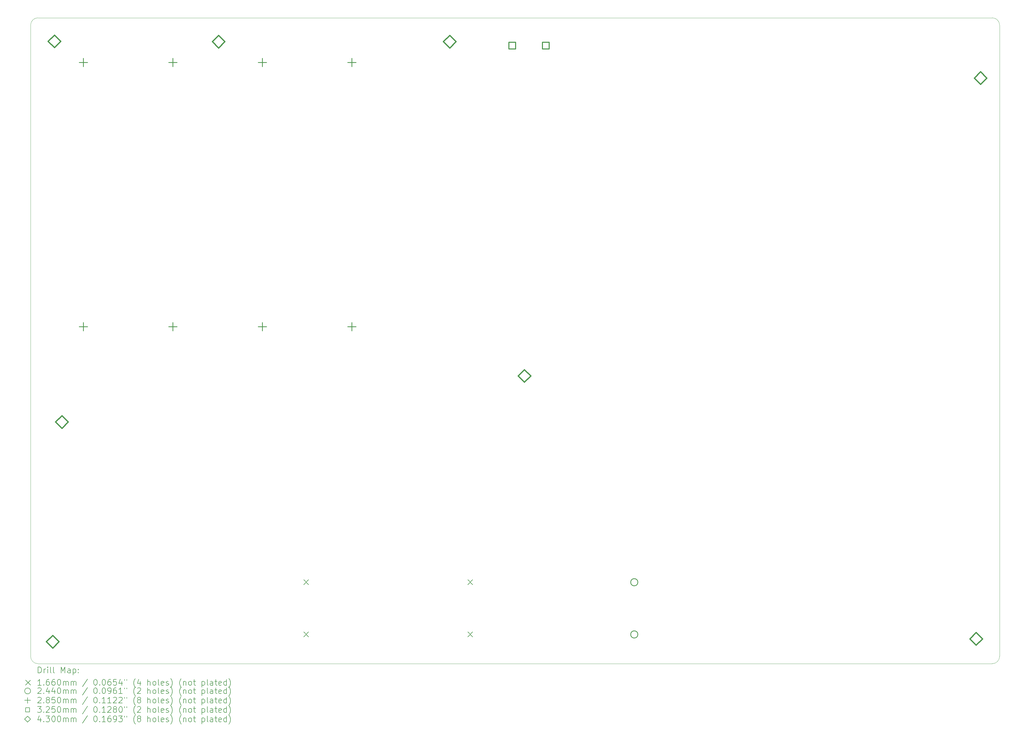
<source format=gbr>
%TF.GenerationSoftware,KiCad,Pcbnew,(6.0.8)*%
%TF.CreationDate,2022-10-29T13:34:58+01:00*%
%TF.ProjectId,yddraig030,79646472-6169-4673-9033-302e6b696361,rev?*%
%TF.SameCoordinates,Original*%
%TF.FileFunction,Drillmap*%
%TF.FilePolarity,Positive*%
%FSLAX45Y45*%
G04 Gerber Fmt 4.5, Leading zero omitted, Abs format (unit mm)*
G04 Created by KiCad (PCBNEW (6.0.8)) date 2022-10-29 13:34:58*
%MOMM*%
%LPD*%
G01*
G04 APERTURE LIST*
%ADD10C,0.050000*%
%ADD11C,0.200000*%
%ADD12C,0.166000*%
%ADD13C,0.244000*%
%ADD14C,0.285000*%
%ADD15C,0.325000*%
%ADD16C,0.430000*%
G04 APERTURE END LIST*
D10*
X3250000Y-3000000D02*
G75*
G03*
X3000000Y-3250000I0J-250000D01*
G01*
X35750000Y-25000000D02*
G75*
G03*
X36000000Y-24750000I0J250000D01*
G01*
X3000000Y-3250000D02*
X3000000Y-24750000D01*
X3000000Y-24750000D02*
G75*
G03*
X3250000Y-25000000I250000J0D01*
G01*
X35750000Y-3000000D02*
X3250000Y-3000000D01*
X36000000Y-3250000D02*
G75*
G03*
X35750000Y-3000000I-250000J0D01*
G01*
X3250000Y-25000000D02*
X35750000Y-25000000D01*
X36000000Y-24750000D02*
X36000000Y-3250000D01*
D11*
D12*
X12299500Y-22142000D02*
X12465500Y-22308000D01*
X12465500Y-22142000D02*
X12299500Y-22308000D01*
X12299500Y-23920000D02*
X12465500Y-24086000D01*
X12465500Y-23920000D02*
X12299500Y-24086000D01*
X17887500Y-22142000D02*
X18053500Y-22308000D01*
X18053500Y-22142000D02*
X17887500Y-22308000D01*
X17887500Y-23920000D02*
X18053500Y-24086000D01*
X18053500Y-23920000D02*
X17887500Y-24086000D01*
D13*
X23680500Y-22225000D02*
G75*
G03*
X23680500Y-22225000I-122000J0D01*
G01*
X23680500Y-24003000D02*
G75*
G03*
X23680500Y-24003000I-122000J0D01*
G01*
D14*
X4796000Y-4374500D02*
X4796000Y-4659500D01*
X4653500Y-4517000D02*
X4938500Y-4517000D01*
X4796000Y-13374500D02*
X4796000Y-13659500D01*
X4653500Y-13517000D02*
X4938500Y-13517000D01*
X7844000Y-4374500D02*
X7844000Y-4659500D01*
X7701500Y-4517000D02*
X7986500Y-4517000D01*
X7844000Y-13374500D02*
X7844000Y-13659500D01*
X7701500Y-13517000D02*
X7986500Y-13517000D01*
X10892000Y-4374500D02*
X10892000Y-4659500D01*
X10749500Y-4517000D02*
X11034500Y-4517000D01*
X10892000Y-13374500D02*
X10892000Y-13659500D01*
X10749500Y-13517000D02*
X11034500Y-13517000D01*
X13940000Y-4374500D02*
X13940000Y-4659500D01*
X13797500Y-4517000D02*
X14082500Y-4517000D01*
X13940000Y-13374500D02*
X13940000Y-13659500D01*
X13797500Y-13517000D02*
X14082500Y-13517000D01*
D15*
X19514906Y-4064906D02*
X19514906Y-3835094D01*
X19285094Y-3835094D01*
X19285094Y-4064906D01*
X19514906Y-4064906D01*
X20657906Y-4064906D02*
X20657906Y-3835094D01*
X20428094Y-3835094D01*
X20428094Y-4064906D01*
X20657906Y-4064906D01*
D16*
X3750000Y-24465000D02*
X3965000Y-24250000D01*
X3750000Y-24035000D01*
X3535000Y-24250000D01*
X3750000Y-24465000D01*
X3810000Y-4015000D02*
X4025000Y-3800000D01*
X3810000Y-3585000D01*
X3595000Y-3800000D01*
X3810000Y-4015000D01*
X4064000Y-16979000D02*
X4279000Y-16764000D01*
X4064000Y-16549000D01*
X3849000Y-16764000D01*
X4064000Y-16979000D01*
X9400000Y-4025000D02*
X9615000Y-3810000D01*
X9400000Y-3595000D01*
X9185000Y-3810000D01*
X9400000Y-4025000D01*
X17272000Y-4025000D02*
X17487000Y-3810000D01*
X17272000Y-3595000D01*
X17057000Y-3810000D01*
X17272000Y-4025000D01*
X19815000Y-15410000D02*
X20030000Y-15195000D01*
X19815000Y-14980000D01*
X19600000Y-15195000D01*
X19815000Y-15410000D01*
X35200000Y-24365000D02*
X35415000Y-24150000D01*
X35200000Y-23935000D01*
X34985000Y-24150000D01*
X35200000Y-24365000D01*
X35350000Y-5265000D02*
X35565000Y-5050000D01*
X35350000Y-4835000D01*
X35135000Y-5050000D01*
X35350000Y-5265000D01*
D11*
X3255119Y-25312976D02*
X3255119Y-25112976D01*
X3302738Y-25112976D01*
X3331309Y-25122500D01*
X3350357Y-25141548D01*
X3359881Y-25160595D01*
X3369405Y-25198690D01*
X3369405Y-25227262D01*
X3359881Y-25265357D01*
X3350357Y-25284405D01*
X3331309Y-25303452D01*
X3302738Y-25312976D01*
X3255119Y-25312976D01*
X3455119Y-25312976D02*
X3455119Y-25179643D01*
X3455119Y-25217738D02*
X3464643Y-25198690D01*
X3474167Y-25189167D01*
X3493214Y-25179643D01*
X3512262Y-25179643D01*
X3578928Y-25312976D02*
X3578928Y-25179643D01*
X3578928Y-25112976D02*
X3569405Y-25122500D01*
X3578928Y-25132024D01*
X3588452Y-25122500D01*
X3578928Y-25112976D01*
X3578928Y-25132024D01*
X3702738Y-25312976D02*
X3683690Y-25303452D01*
X3674167Y-25284405D01*
X3674167Y-25112976D01*
X3807500Y-25312976D02*
X3788452Y-25303452D01*
X3778928Y-25284405D01*
X3778928Y-25112976D01*
X4036071Y-25312976D02*
X4036071Y-25112976D01*
X4102738Y-25255833D01*
X4169405Y-25112976D01*
X4169405Y-25312976D01*
X4350357Y-25312976D02*
X4350357Y-25208214D01*
X4340833Y-25189167D01*
X4321786Y-25179643D01*
X4283690Y-25179643D01*
X4264643Y-25189167D01*
X4350357Y-25303452D02*
X4331310Y-25312976D01*
X4283690Y-25312976D01*
X4264643Y-25303452D01*
X4255119Y-25284405D01*
X4255119Y-25265357D01*
X4264643Y-25246309D01*
X4283690Y-25236786D01*
X4331310Y-25236786D01*
X4350357Y-25227262D01*
X4445595Y-25179643D02*
X4445595Y-25379643D01*
X4445595Y-25189167D02*
X4464643Y-25179643D01*
X4502738Y-25179643D01*
X4521786Y-25189167D01*
X4531310Y-25198690D01*
X4540833Y-25217738D01*
X4540833Y-25274881D01*
X4531310Y-25293928D01*
X4521786Y-25303452D01*
X4502738Y-25312976D01*
X4464643Y-25312976D01*
X4445595Y-25303452D01*
X4626548Y-25293928D02*
X4636071Y-25303452D01*
X4626548Y-25312976D01*
X4617024Y-25303452D01*
X4626548Y-25293928D01*
X4626548Y-25312976D01*
X4626548Y-25189167D02*
X4636071Y-25198690D01*
X4626548Y-25208214D01*
X4617024Y-25198690D01*
X4626548Y-25189167D01*
X4626548Y-25208214D01*
D12*
X2831500Y-25559500D02*
X2997500Y-25725500D01*
X2997500Y-25559500D02*
X2831500Y-25725500D01*
D11*
X3359881Y-25732976D02*
X3245595Y-25732976D01*
X3302738Y-25732976D02*
X3302738Y-25532976D01*
X3283690Y-25561548D01*
X3264643Y-25580595D01*
X3245595Y-25590119D01*
X3445595Y-25713928D02*
X3455119Y-25723452D01*
X3445595Y-25732976D01*
X3436071Y-25723452D01*
X3445595Y-25713928D01*
X3445595Y-25732976D01*
X3626548Y-25532976D02*
X3588452Y-25532976D01*
X3569405Y-25542500D01*
X3559881Y-25552024D01*
X3540833Y-25580595D01*
X3531309Y-25618690D01*
X3531309Y-25694881D01*
X3540833Y-25713928D01*
X3550357Y-25723452D01*
X3569405Y-25732976D01*
X3607500Y-25732976D01*
X3626548Y-25723452D01*
X3636071Y-25713928D01*
X3645595Y-25694881D01*
X3645595Y-25647262D01*
X3636071Y-25628214D01*
X3626548Y-25618690D01*
X3607500Y-25609167D01*
X3569405Y-25609167D01*
X3550357Y-25618690D01*
X3540833Y-25628214D01*
X3531309Y-25647262D01*
X3817024Y-25532976D02*
X3778928Y-25532976D01*
X3759881Y-25542500D01*
X3750357Y-25552024D01*
X3731309Y-25580595D01*
X3721786Y-25618690D01*
X3721786Y-25694881D01*
X3731309Y-25713928D01*
X3740833Y-25723452D01*
X3759881Y-25732976D01*
X3797976Y-25732976D01*
X3817024Y-25723452D01*
X3826548Y-25713928D01*
X3836071Y-25694881D01*
X3836071Y-25647262D01*
X3826548Y-25628214D01*
X3817024Y-25618690D01*
X3797976Y-25609167D01*
X3759881Y-25609167D01*
X3740833Y-25618690D01*
X3731309Y-25628214D01*
X3721786Y-25647262D01*
X3959881Y-25532976D02*
X3978928Y-25532976D01*
X3997976Y-25542500D01*
X4007500Y-25552024D01*
X4017024Y-25571071D01*
X4026548Y-25609167D01*
X4026548Y-25656786D01*
X4017024Y-25694881D01*
X4007500Y-25713928D01*
X3997976Y-25723452D01*
X3978928Y-25732976D01*
X3959881Y-25732976D01*
X3940833Y-25723452D01*
X3931309Y-25713928D01*
X3921786Y-25694881D01*
X3912262Y-25656786D01*
X3912262Y-25609167D01*
X3921786Y-25571071D01*
X3931309Y-25552024D01*
X3940833Y-25542500D01*
X3959881Y-25532976D01*
X4112262Y-25732976D02*
X4112262Y-25599643D01*
X4112262Y-25618690D02*
X4121786Y-25609167D01*
X4140833Y-25599643D01*
X4169405Y-25599643D01*
X4188452Y-25609167D01*
X4197976Y-25628214D01*
X4197976Y-25732976D01*
X4197976Y-25628214D02*
X4207500Y-25609167D01*
X4226548Y-25599643D01*
X4255119Y-25599643D01*
X4274167Y-25609167D01*
X4283690Y-25628214D01*
X4283690Y-25732976D01*
X4378929Y-25732976D02*
X4378929Y-25599643D01*
X4378929Y-25618690D02*
X4388452Y-25609167D01*
X4407500Y-25599643D01*
X4436071Y-25599643D01*
X4455119Y-25609167D01*
X4464643Y-25628214D01*
X4464643Y-25732976D01*
X4464643Y-25628214D02*
X4474167Y-25609167D01*
X4493214Y-25599643D01*
X4521786Y-25599643D01*
X4540833Y-25609167D01*
X4550357Y-25628214D01*
X4550357Y-25732976D01*
X4940833Y-25523452D02*
X4769405Y-25780595D01*
X5197976Y-25532976D02*
X5217024Y-25532976D01*
X5236071Y-25542500D01*
X5245595Y-25552024D01*
X5255119Y-25571071D01*
X5264643Y-25609167D01*
X5264643Y-25656786D01*
X5255119Y-25694881D01*
X5245595Y-25713928D01*
X5236071Y-25723452D01*
X5217024Y-25732976D01*
X5197976Y-25732976D01*
X5178929Y-25723452D01*
X5169405Y-25713928D01*
X5159881Y-25694881D01*
X5150357Y-25656786D01*
X5150357Y-25609167D01*
X5159881Y-25571071D01*
X5169405Y-25552024D01*
X5178929Y-25542500D01*
X5197976Y-25532976D01*
X5350357Y-25713928D02*
X5359881Y-25723452D01*
X5350357Y-25732976D01*
X5340833Y-25723452D01*
X5350357Y-25713928D01*
X5350357Y-25732976D01*
X5483690Y-25532976D02*
X5502738Y-25532976D01*
X5521786Y-25542500D01*
X5531310Y-25552024D01*
X5540833Y-25571071D01*
X5550357Y-25609167D01*
X5550357Y-25656786D01*
X5540833Y-25694881D01*
X5531310Y-25713928D01*
X5521786Y-25723452D01*
X5502738Y-25732976D01*
X5483690Y-25732976D01*
X5464643Y-25723452D01*
X5455119Y-25713928D01*
X5445595Y-25694881D01*
X5436071Y-25656786D01*
X5436071Y-25609167D01*
X5445595Y-25571071D01*
X5455119Y-25552024D01*
X5464643Y-25542500D01*
X5483690Y-25532976D01*
X5721786Y-25532976D02*
X5683690Y-25532976D01*
X5664643Y-25542500D01*
X5655119Y-25552024D01*
X5636071Y-25580595D01*
X5626548Y-25618690D01*
X5626548Y-25694881D01*
X5636071Y-25713928D01*
X5645595Y-25723452D01*
X5664643Y-25732976D01*
X5702738Y-25732976D01*
X5721786Y-25723452D01*
X5731309Y-25713928D01*
X5740833Y-25694881D01*
X5740833Y-25647262D01*
X5731309Y-25628214D01*
X5721786Y-25618690D01*
X5702738Y-25609167D01*
X5664643Y-25609167D01*
X5645595Y-25618690D01*
X5636071Y-25628214D01*
X5626548Y-25647262D01*
X5921786Y-25532976D02*
X5826548Y-25532976D01*
X5817024Y-25628214D01*
X5826548Y-25618690D01*
X5845595Y-25609167D01*
X5893214Y-25609167D01*
X5912262Y-25618690D01*
X5921786Y-25628214D01*
X5931309Y-25647262D01*
X5931309Y-25694881D01*
X5921786Y-25713928D01*
X5912262Y-25723452D01*
X5893214Y-25732976D01*
X5845595Y-25732976D01*
X5826548Y-25723452D01*
X5817024Y-25713928D01*
X6102738Y-25599643D02*
X6102738Y-25732976D01*
X6055119Y-25523452D02*
X6007500Y-25666309D01*
X6131309Y-25666309D01*
X6197976Y-25532976D02*
X6197976Y-25571071D01*
X6274167Y-25532976D02*
X6274167Y-25571071D01*
X6569405Y-25809167D02*
X6559881Y-25799643D01*
X6540833Y-25771071D01*
X6531309Y-25752024D01*
X6521786Y-25723452D01*
X6512262Y-25675833D01*
X6512262Y-25637738D01*
X6521786Y-25590119D01*
X6531309Y-25561548D01*
X6540833Y-25542500D01*
X6559881Y-25513928D01*
X6569405Y-25504405D01*
X6731309Y-25599643D02*
X6731309Y-25732976D01*
X6683690Y-25523452D02*
X6636071Y-25666309D01*
X6759881Y-25666309D01*
X6988452Y-25732976D02*
X6988452Y-25532976D01*
X7074167Y-25732976D02*
X7074167Y-25628214D01*
X7064643Y-25609167D01*
X7045595Y-25599643D01*
X7017024Y-25599643D01*
X6997976Y-25609167D01*
X6988452Y-25618690D01*
X7197976Y-25732976D02*
X7178928Y-25723452D01*
X7169405Y-25713928D01*
X7159881Y-25694881D01*
X7159881Y-25637738D01*
X7169405Y-25618690D01*
X7178928Y-25609167D01*
X7197976Y-25599643D01*
X7226548Y-25599643D01*
X7245595Y-25609167D01*
X7255119Y-25618690D01*
X7264643Y-25637738D01*
X7264643Y-25694881D01*
X7255119Y-25713928D01*
X7245595Y-25723452D01*
X7226548Y-25732976D01*
X7197976Y-25732976D01*
X7378928Y-25732976D02*
X7359881Y-25723452D01*
X7350357Y-25704405D01*
X7350357Y-25532976D01*
X7531309Y-25723452D02*
X7512262Y-25732976D01*
X7474167Y-25732976D01*
X7455119Y-25723452D01*
X7445595Y-25704405D01*
X7445595Y-25628214D01*
X7455119Y-25609167D01*
X7474167Y-25599643D01*
X7512262Y-25599643D01*
X7531309Y-25609167D01*
X7540833Y-25628214D01*
X7540833Y-25647262D01*
X7445595Y-25666309D01*
X7617024Y-25723452D02*
X7636071Y-25732976D01*
X7674167Y-25732976D01*
X7693214Y-25723452D01*
X7702738Y-25704405D01*
X7702738Y-25694881D01*
X7693214Y-25675833D01*
X7674167Y-25666309D01*
X7645595Y-25666309D01*
X7626548Y-25656786D01*
X7617024Y-25637738D01*
X7617024Y-25628214D01*
X7626548Y-25609167D01*
X7645595Y-25599643D01*
X7674167Y-25599643D01*
X7693214Y-25609167D01*
X7769405Y-25809167D02*
X7778928Y-25799643D01*
X7797976Y-25771071D01*
X7807500Y-25752024D01*
X7817024Y-25723452D01*
X7826548Y-25675833D01*
X7826548Y-25637738D01*
X7817024Y-25590119D01*
X7807500Y-25561548D01*
X7797976Y-25542500D01*
X7778928Y-25513928D01*
X7769405Y-25504405D01*
X8131309Y-25809167D02*
X8121786Y-25799643D01*
X8102738Y-25771071D01*
X8093214Y-25752024D01*
X8083690Y-25723452D01*
X8074167Y-25675833D01*
X8074167Y-25637738D01*
X8083690Y-25590119D01*
X8093214Y-25561548D01*
X8102738Y-25542500D01*
X8121786Y-25513928D01*
X8131309Y-25504405D01*
X8207500Y-25599643D02*
X8207500Y-25732976D01*
X8207500Y-25618690D02*
X8217024Y-25609167D01*
X8236071Y-25599643D01*
X8264643Y-25599643D01*
X8283690Y-25609167D01*
X8293214Y-25628214D01*
X8293214Y-25732976D01*
X8417024Y-25732976D02*
X8397976Y-25723452D01*
X8388452Y-25713928D01*
X8378928Y-25694881D01*
X8378928Y-25637738D01*
X8388452Y-25618690D01*
X8397976Y-25609167D01*
X8417024Y-25599643D01*
X8445595Y-25599643D01*
X8464643Y-25609167D01*
X8474167Y-25618690D01*
X8483690Y-25637738D01*
X8483690Y-25694881D01*
X8474167Y-25713928D01*
X8464643Y-25723452D01*
X8445595Y-25732976D01*
X8417024Y-25732976D01*
X8540833Y-25599643D02*
X8617024Y-25599643D01*
X8569405Y-25532976D02*
X8569405Y-25704405D01*
X8578929Y-25723452D01*
X8597976Y-25732976D01*
X8617024Y-25732976D01*
X8836071Y-25599643D02*
X8836071Y-25799643D01*
X8836071Y-25609167D02*
X8855119Y-25599643D01*
X8893214Y-25599643D01*
X8912262Y-25609167D01*
X8921786Y-25618690D01*
X8931310Y-25637738D01*
X8931310Y-25694881D01*
X8921786Y-25713928D01*
X8912262Y-25723452D01*
X8893214Y-25732976D01*
X8855119Y-25732976D01*
X8836071Y-25723452D01*
X9045595Y-25732976D02*
X9026548Y-25723452D01*
X9017024Y-25704405D01*
X9017024Y-25532976D01*
X9207500Y-25732976D02*
X9207500Y-25628214D01*
X9197976Y-25609167D01*
X9178929Y-25599643D01*
X9140833Y-25599643D01*
X9121786Y-25609167D01*
X9207500Y-25723452D02*
X9188452Y-25732976D01*
X9140833Y-25732976D01*
X9121786Y-25723452D01*
X9112262Y-25704405D01*
X9112262Y-25685357D01*
X9121786Y-25666309D01*
X9140833Y-25656786D01*
X9188452Y-25656786D01*
X9207500Y-25647262D01*
X9274167Y-25599643D02*
X9350357Y-25599643D01*
X9302738Y-25532976D02*
X9302738Y-25704405D01*
X9312262Y-25723452D01*
X9331310Y-25732976D01*
X9350357Y-25732976D01*
X9493214Y-25723452D02*
X9474167Y-25732976D01*
X9436071Y-25732976D01*
X9417024Y-25723452D01*
X9407500Y-25704405D01*
X9407500Y-25628214D01*
X9417024Y-25609167D01*
X9436071Y-25599643D01*
X9474167Y-25599643D01*
X9493214Y-25609167D01*
X9502738Y-25628214D01*
X9502738Y-25647262D01*
X9407500Y-25666309D01*
X9674167Y-25732976D02*
X9674167Y-25532976D01*
X9674167Y-25723452D02*
X9655119Y-25732976D01*
X9617024Y-25732976D01*
X9597976Y-25723452D01*
X9588452Y-25713928D01*
X9578929Y-25694881D01*
X9578929Y-25637738D01*
X9588452Y-25618690D01*
X9597976Y-25609167D01*
X9617024Y-25599643D01*
X9655119Y-25599643D01*
X9674167Y-25609167D01*
X9750357Y-25809167D02*
X9759881Y-25799643D01*
X9778929Y-25771071D01*
X9788452Y-25752024D01*
X9797976Y-25723452D01*
X9807500Y-25675833D01*
X9807500Y-25637738D01*
X9797976Y-25590119D01*
X9788452Y-25561548D01*
X9778929Y-25542500D01*
X9759881Y-25513928D01*
X9750357Y-25504405D01*
X2997500Y-25928500D02*
G75*
G03*
X2997500Y-25928500I-100000J0D01*
G01*
X3245595Y-25838024D02*
X3255119Y-25828500D01*
X3274167Y-25818976D01*
X3321786Y-25818976D01*
X3340833Y-25828500D01*
X3350357Y-25838024D01*
X3359881Y-25857071D01*
X3359881Y-25876119D01*
X3350357Y-25904690D01*
X3236071Y-26018976D01*
X3359881Y-26018976D01*
X3445595Y-25999928D02*
X3455119Y-26009452D01*
X3445595Y-26018976D01*
X3436071Y-26009452D01*
X3445595Y-25999928D01*
X3445595Y-26018976D01*
X3626548Y-25885643D02*
X3626548Y-26018976D01*
X3578928Y-25809452D02*
X3531309Y-25952309D01*
X3655119Y-25952309D01*
X3817024Y-25885643D02*
X3817024Y-26018976D01*
X3769405Y-25809452D02*
X3721786Y-25952309D01*
X3845595Y-25952309D01*
X3959881Y-25818976D02*
X3978928Y-25818976D01*
X3997976Y-25828500D01*
X4007500Y-25838024D01*
X4017024Y-25857071D01*
X4026548Y-25895167D01*
X4026548Y-25942786D01*
X4017024Y-25980881D01*
X4007500Y-25999928D01*
X3997976Y-26009452D01*
X3978928Y-26018976D01*
X3959881Y-26018976D01*
X3940833Y-26009452D01*
X3931309Y-25999928D01*
X3921786Y-25980881D01*
X3912262Y-25942786D01*
X3912262Y-25895167D01*
X3921786Y-25857071D01*
X3931309Y-25838024D01*
X3940833Y-25828500D01*
X3959881Y-25818976D01*
X4112262Y-26018976D02*
X4112262Y-25885643D01*
X4112262Y-25904690D02*
X4121786Y-25895167D01*
X4140833Y-25885643D01*
X4169405Y-25885643D01*
X4188452Y-25895167D01*
X4197976Y-25914214D01*
X4197976Y-26018976D01*
X4197976Y-25914214D02*
X4207500Y-25895167D01*
X4226548Y-25885643D01*
X4255119Y-25885643D01*
X4274167Y-25895167D01*
X4283690Y-25914214D01*
X4283690Y-26018976D01*
X4378929Y-26018976D02*
X4378929Y-25885643D01*
X4378929Y-25904690D02*
X4388452Y-25895167D01*
X4407500Y-25885643D01*
X4436071Y-25885643D01*
X4455119Y-25895167D01*
X4464643Y-25914214D01*
X4464643Y-26018976D01*
X4464643Y-25914214D02*
X4474167Y-25895167D01*
X4493214Y-25885643D01*
X4521786Y-25885643D01*
X4540833Y-25895167D01*
X4550357Y-25914214D01*
X4550357Y-26018976D01*
X4940833Y-25809452D02*
X4769405Y-26066595D01*
X5197976Y-25818976D02*
X5217024Y-25818976D01*
X5236071Y-25828500D01*
X5245595Y-25838024D01*
X5255119Y-25857071D01*
X5264643Y-25895167D01*
X5264643Y-25942786D01*
X5255119Y-25980881D01*
X5245595Y-25999928D01*
X5236071Y-26009452D01*
X5217024Y-26018976D01*
X5197976Y-26018976D01*
X5178929Y-26009452D01*
X5169405Y-25999928D01*
X5159881Y-25980881D01*
X5150357Y-25942786D01*
X5150357Y-25895167D01*
X5159881Y-25857071D01*
X5169405Y-25838024D01*
X5178929Y-25828500D01*
X5197976Y-25818976D01*
X5350357Y-25999928D02*
X5359881Y-26009452D01*
X5350357Y-26018976D01*
X5340833Y-26009452D01*
X5350357Y-25999928D01*
X5350357Y-26018976D01*
X5483690Y-25818976D02*
X5502738Y-25818976D01*
X5521786Y-25828500D01*
X5531310Y-25838024D01*
X5540833Y-25857071D01*
X5550357Y-25895167D01*
X5550357Y-25942786D01*
X5540833Y-25980881D01*
X5531310Y-25999928D01*
X5521786Y-26009452D01*
X5502738Y-26018976D01*
X5483690Y-26018976D01*
X5464643Y-26009452D01*
X5455119Y-25999928D01*
X5445595Y-25980881D01*
X5436071Y-25942786D01*
X5436071Y-25895167D01*
X5445595Y-25857071D01*
X5455119Y-25838024D01*
X5464643Y-25828500D01*
X5483690Y-25818976D01*
X5645595Y-26018976D02*
X5683690Y-26018976D01*
X5702738Y-26009452D01*
X5712262Y-25999928D01*
X5731309Y-25971357D01*
X5740833Y-25933262D01*
X5740833Y-25857071D01*
X5731309Y-25838024D01*
X5721786Y-25828500D01*
X5702738Y-25818976D01*
X5664643Y-25818976D01*
X5645595Y-25828500D01*
X5636071Y-25838024D01*
X5626548Y-25857071D01*
X5626548Y-25904690D01*
X5636071Y-25923738D01*
X5645595Y-25933262D01*
X5664643Y-25942786D01*
X5702738Y-25942786D01*
X5721786Y-25933262D01*
X5731309Y-25923738D01*
X5740833Y-25904690D01*
X5912262Y-25818976D02*
X5874167Y-25818976D01*
X5855119Y-25828500D01*
X5845595Y-25838024D01*
X5826548Y-25866595D01*
X5817024Y-25904690D01*
X5817024Y-25980881D01*
X5826548Y-25999928D01*
X5836071Y-26009452D01*
X5855119Y-26018976D01*
X5893214Y-26018976D01*
X5912262Y-26009452D01*
X5921786Y-25999928D01*
X5931309Y-25980881D01*
X5931309Y-25933262D01*
X5921786Y-25914214D01*
X5912262Y-25904690D01*
X5893214Y-25895167D01*
X5855119Y-25895167D01*
X5836071Y-25904690D01*
X5826548Y-25914214D01*
X5817024Y-25933262D01*
X6121786Y-26018976D02*
X6007500Y-26018976D01*
X6064643Y-26018976D02*
X6064643Y-25818976D01*
X6045595Y-25847548D01*
X6026548Y-25866595D01*
X6007500Y-25876119D01*
X6197976Y-25818976D02*
X6197976Y-25857071D01*
X6274167Y-25818976D02*
X6274167Y-25857071D01*
X6569405Y-26095167D02*
X6559881Y-26085643D01*
X6540833Y-26057071D01*
X6531309Y-26038024D01*
X6521786Y-26009452D01*
X6512262Y-25961833D01*
X6512262Y-25923738D01*
X6521786Y-25876119D01*
X6531309Y-25847548D01*
X6540833Y-25828500D01*
X6559881Y-25799928D01*
X6569405Y-25790405D01*
X6636071Y-25838024D02*
X6645595Y-25828500D01*
X6664643Y-25818976D01*
X6712262Y-25818976D01*
X6731309Y-25828500D01*
X6740833Y-25838024D01*
X6750357Y-25857071D01*
X6750357Y-25876119D01*
X6740833Y-25904690D01*
X6626548Y-26018976D01*
X6750357Y-26018976D01*
X6988452Y-26018976D02*
X6988452Y-25818976D01*
X7074167Y-26018976D02*
X7074167Y-25914214D01*
X7064643Y-25895167D01*
X7045595Y-25885643D01*
X7017024Y-25885643D01*
X6997976Y-25895167D01*
X6988452Y-25904690D01*
X7197976Y-26018976D02*
X7178928Y-26009452D01*
X7169405Y-25999928D01*
X7159881Y-25980881D01*
X7159881Y-25923738D01*
X7169405Y-25904690D01*
X7178928Y-25895167D01*
X7197976Y-25885643D01*
X7226548Y-25885643D01*
X7245595Y-25895167D01*
X7255119Y-25904690D01*
X7264643Y-25923738D01*
X7264643Y-25980881D01*
X7255119Y-25999928D01*
X7245595Y-26009452D01*
X7226548Y-26018976D01*
X7197976Y-26018976D01*
X7378928Y-26018976D02*
X7359881Y-26009452D01*
X7350357Y-25990405D01*
X7350357Y-25818976D01*
X7531309Y-26009452D02*
X7512262Y-26018976D01*
X7474167Y-26018976D01*
X7455119Y-26009452D01*
X7445595Y-25990405D01*
X7445595Y-25914214D01*
X7455119Y-25895167D01*
X7474167Y-25885643D01*
X7512262Y-25885643D01*
X7531309Y-25895167D01*
X7540833Y-25914214D01*
X7540833Y-25933262D01*
X7445595Y-25952309D01*
X7617024Y-26009452D02*
X7636071Y-26018976D01*
X7674167Y-26018976D01*
X7693214Y-26009452D01*
X7702738Y-25990405D01*
X7702738Y-25980881D01*
X7693214Y-25961833D01*
X7674167Y-25952309D01*
X7645595Y-25952309D01*
X7626548Y-25942786D01*
X7617024Y-25923738D01*
X7617024Y-25914214D01*
X7626548Y-25895167D01*
X7645595Y-25885643D01*
X7674167Y-25885643D01*
X7693214Y-25895167D01*
X7769405Y-26095167D02*
X7778928Y-26085643D01*
X7797976Y-26057071D01*
X7807500Y-26038024D01*
X7817024Y-26009452D01*
X7826548Y-25961833D01*
X7826548Y-25923738D01*
X7817024Y-25876119D01*
X7807500Y-25847548D01*
X7797976Y-25828500D01*
X7778928Y-25799928D01*
X7769405Y-25790405D01*
X8131309Y-26095167D02*
X8121786Y-26085643D01*
X8102738Y-26057071D01*
X8093214Y-26038024D01*
X8083690Y-26009452D01*
X8074167Y-25961833D01*
X8074167Y-25923738D01*
X8083690Y-25876119D01*
X8093214Y-25847548D01*
X8102738Y-25828500D01*
X8121786Y-25799928D01*
X8131309Y-25790405D01*
X8207500Y-25885643D02*
X8207500Y-26018976D01*
X8207500Y-25904690D02*
X8217024Y-25895167D01*
X8236071Y-25885643D01*
X8264643Y-25885643D01*
X8283690Y-25895167D01*
X8293214Y-25914214D01*
X8293214Y-26018976D01*
X8417024Y-26018976D02*
X8397976Y-26009452D01*
X8388452Y-25999928D01*
X8378928Y-25980881D01*
X8378928Y-25923738D01*
X8388452Y-25904690D01*
X8397976Y-25895167D01*
X8417024Y-25885643D01*
X8445595Y-25885643D01*
X8464643Y-25895167D01*
X8474167Y-25904690D01*
X8483690Y-25923738D01*
X8483690Y-25980881D01*
X8474167Y-25999928D01*
X8464643Y-26009452D01*
X8445595Y-26018976D01*
X8417024Y-26018976D01*
X8540833Y-25885643D02*
X8617024Y-25885643D01*
X8569405Y-25818976D02*
X8569405Y-25990405D01*
X8578929Y-26009452D01*
X8597976Y-26018976D01*
X8617024Y-26018976D01*
X8836071Y-25885643D02*
X8836071Y-26085643D01*
X8836071Y-25895167D02*
X8855119Y-25885643D01*
X8893214Y-25885643D01*
X8912262Y-25895167D01*
X8921786Y-25904690D01*
X8931310Y-25923738D01*
X8931310Y-25980881D01*
X8921786Y-25999928D01*
X8912262Y-26009452D01*
X8893214Y-26018976D01*
X8855119Y-26018976D01*
X8836071Y-26009452D01*
X9045595Y-26018976D02*
X9026548Y-26009452D01*
X9017024Y-25990405D01*
X9017024Y-25818976D01*
X9207500Y-26018976D02*
X9207500Y-25914214D01*
X9197976Y-25895167D01*
X9178929Y-25885643D01*
X9140833Y-25885643D01*
X9121786Y-25895167D01*
X9207500Y-26009452D02*
X9188452Y-26018976D01*
X9140833Y-26018976D01*
X9121786Y-26009452D01*
X9112262Y-25990405D01*
X9112262Y-25971357D01*
X9121786Y-25952309D01*
X9140833Y-25942786D01*
X9188452Y-25942786D01*
X9207500Y-25933262D01*
X9274167Y-25885643D02*
X9350357Y-25885643D01*
X9302738Y-25818976D02*
X9302738Y-25990405D01*
X9312262Y-26009452D01*
X9331310Y-26018976D01*
X9350357Y-26018976D01*
X9493214Y-26009452D02*
X9474167Y-26018976D01*
X9436071Y-26018976D01*
X9417024Y-26009452D01*
X9407500Y-25990405D01*
X9407500Y-25914214D01*
X9417024Y-25895167D01*
X9436071Y-25885643D01*
X9474167Y-25885643D01*
X9493214Y-25895167D01*
X9502738Y-25914214D01*
X9502738Y-25933262D01*
X9407500Y-25952309D01*
X9674167Y-26018976D02*
X9674167Y-25818976D01*
X9674167Y-26009452D02*
X9655119Y-26018976D01*
X9617024Y-26018976D01*
X9597976Y-26009452D01*
X9588452Y-25999928D01*
X9578929Y-25980881D01*
X9578929Y-25923738D01*
X9588452Y-25904690D01*
X9597976Y-25895167D01*
X9617024Y-25885643D01*
X9655119Y-25885643D01*
X9674167Y-25895167D01*
X9750357Y-26095167D02*
X9759881Y-26085643D01*
X9778929Y-26057071D01*
X9788452Y-26038024D01*
X9797976Y-26009452D01*
X9807500Y-25961833D01*
X9807500Y-25923738D01*
X9797976Y-25876119D01*
X9788452Y-25847548D01*
X9778929Y-25828500D01*
X9759881Y-25799928D01*
X9750357Y-25790405D01*
X2897500Y-26148500D02*
X2897500Y-26348500D01*
X2797500Y-26248500D02*
X2997500Y-26248500D01*
X3245595Y-26158024D02*
X3255119Y-26148500D01*
X3274167Y-26138976D01*
X3321786Y-26138976D01*
X3340833Y-26148500D01*
X3350357Y-26158024D01*
X3359881Y-26177071D01*
X3359881Y-26196119D01*
X3350357Y-26224690D01*
X3236071Y-26338976D01*
X3359881Y-26338976D01*
X3445595Y-26319928D02*
X3455119Y-26329452D01*
X3445595Y-26338976D01*
X3436071Y-26329452D01*
X3445595Y-26319928D01*
X3445595Y-26338976D01*
X3569405Y-26224690D02*
X3550357Y-26215167D01*
X3540833Y-26205643D01*
X3531309Y-26186595D01*
X3531309Y-26177071D01*
X3540833Y-26158024D01*
X3550357Y-26148500D01*
X3569405Y-26138976D01*
X3607500Y-26138976D01*
X3626548Y-26148500D01*
X3636071Y-26158024D01*
X3645595Y-26177071D01*
X3645595Y-26186595D01*
X3636071Y-26205643D01*
X3626548Y-26215167D01*
X3607500Y-26224690D01*
X3569405Y-26224690D01*
X3550357Y-26234214D01*
X3540833Y-26243738D01*
X3531309Y-26262786D01*
X3531309Y-26300881D01*
X3540833Y-26319928D01*
X3550357Y-26329452D01*
X3569405Y-26338976D01*
X3607500Y-26338976D01*
X3626548Y-26329452D01*
X3636071Y-26319928D01*
X3645595Y-26300881D01*
X3645595Y-26262786D01*
X3636071Y-26243738D01*
X3626548Y-26234214D01*
X3607500Y-26224690D01*
X3826548Y-26138976D02*
X3731309Y-26138976D01*
X3721786Y-26234214D01*
X3731309Y-26224690D01*
X3750357Y-26215167D01*
X3797976Y-26215167D01*
X3817024Y-26224690D01*
X3826548Y-26234214D01*
X3836071Y-26253262D01*
X3836071Y-26300881D01*
X3826548Y-26319928D01*
X3817024Y-26329452D01*
X3797976Y-26338976D01*
X3750357Y-26338976D01*
X3731309Y-26329452D01*
X3721786Y-26319928D01*
X3959881Y-26138976D02*
X3978928Y-26138976D01*
X3997976Y-26148500D01*
X4007500Y-26158024D01*
X4017024Y-26177071D01*
X4026548Y-26215167D01*
X4026548Y-26262786D01*
X4017024Y-26300881D01*
X4007500Y-26319928D01*
X3997976Y-26329452D01*
X3978928Y-26338976D01*
X3959881Y-26338976D01*
X3940833Y-26329452D01*
X3931309Y-26319928D01*
X3921786Y-26300881D01*
X3912262Y-26262786D01*
X3912262Y-26215167D01*
X3921786Y-26177071D01*
X3931309Y-26158024D01*
X3940833Y-26148500D01*
X3959881Y-26138976D01*
X4112262Y-26338976D02*
X4112262Y-26205643D01*
X4112262Y-26224690D02*
X4121786Y-26215167D01*
X4140833Y-26205643D01*
X4169405Y-26205643D01*
X4188452Y-26215167D01*
X4197976Y-26234214D01*
X4197976Y-26338976D01*
X4197976Y-26234214D02*
X4207500Y-26215167D01*
X4226548Y-26205643D01*
X4255119Y-26205643D01*
X4274167Y-26215167D01*
X4283690Y-26234214D01*
X4283690Y-26338976D01*
X4378929Y-26338976D02*
X4378929Y-26205643D01*
X4378929Y-26224690D02*
X4388452Y-26215167D01*
X4407500Y-26205643D01*
X4436071Y-26205643D01*
X4455119Y-26215167D01*
X4464643Y-26234214D01*
X4464643Y-26338976D01*
X4464643Y-26234214D02*
X4474167Y-26215167D01*
X4493214Y-26205643D01*
X4521786Y-26205643D01*
X4540833Y-26215167D01*
X4550357Y-26234214D01*
X4550357Y-26338976D01*
X4940833Y-26129452D02*
X4769405Y-26386595D01*
X5197976Y-26138976D02*
X5217024Y-26138976D01*
X5236071Y-26148500D01*
X5245595Y-26158024D01*
X5255119Y-26177071D01*
X5264643Y-26215167D01*
X5264643Y-26262786D01*
X5255119Y-26300881D01*
X5245595Y-26319928D01*
X5236071Y-26329452D01*
X5217024Y-26338976D01*
X5197976Y-26338976D01*
X5178929Y-26329452D01*
X5169405Y-26319928D01*
X5159881Y-26300881D01*
X5150357Y-26262786D01*
X5150357Y-26215167D01*
X5159881Y-26177071D01*
X5169405Y-26158024D01*
X5178929Y-26148500D01*
X5197976Y-26138976D01*
X5350357Y-26319928D02*
X5359881Y-26329452D01*
X5350357Y-26338976D01*
X5340833Y-26329452D01*
X5350357Y-26319928D01*
X5350357Y-26338976D01*
X5550357Y-26338976D02*
X5436071Y-26338976D01*
X5493214Y-26338976D02*
X5493214Y-26138976D01*
X5474167Y-26167548D01*
X5455119Y-26186595D01*
X5436071Y-26196119D01*
X5740833Y-26338976D02*
X5626548Y-26338976D01*
X5683690Y-26338976D02*
X5683690Y-26138976D01*
X5664643Y-26167548D01*
X5645595Y-26186595D01*
X5626548Y-26196119D01*
X5817024Y-26158024D02*
X5826548Y-26148500D01*
X5845595Y-26138976D01*
X5893214Y-26138976D01*
X5912262Y-26148500D01*
X5921786Y-26158024D01*
X5931309Y-26177071D01*
X5931309Y-26196119D01*
X5921786Y-26224690D01*
X5807500Y-26338976D01*
X5931309Y-26338976D01*
X6007500Y-26158024D02*
X6017024Y-26148500D01*
X6036071Y-26138976D01*
X6083690Y-26138976D01*
X6102738Y-26148500D01*
X6112262Y-26158024D01*
X6121786Y-26177071D01*
X6121786Y-26196119D01*
X6112262Y-26224690D01*
X5997976Y-26338976D01*
X6121786Y-26338976D01*
X6197976Y-26138976D02*
X6197976Y-26177071D01*
X6274167Y-26138976D02*
X6274167Y-26177071D01*
X6569405Y-26415167D02*
X6559881Y-26405643D01*
X6540833Y-26377071D01*
X6531309Y-26358024D01*
X6521786Y-26329452D01*
X6512262Y-26281833D01*
X6512262Y-26243738D01*
X6521786Y-26196119D01*
X6531309Y-26167548D01*
X6540833Y-26148500D01*
X6559881Y-26119928D01*
X6569405Y-26110405D01*
X6674167Y-26224690D02*
X6655119Y-26215167D01*
X6645595Y-26205643D01*
X6636071Y-26186595D01*
X6636071Y-26177071D01*
X6645595Y-26158024D01*
X6655119Y-26148500D01*
X6674167Y-26138976D01*
X6712262Y-26138976D01*
X6731309Y-26148500D01*
X6740833Y-26158024D01*
X6750357Y-26177071D01*
X6750357Y-26186595D01*
X6740833Y-26205643D01*
X6731309Y-26215167D01*
X6712262Y-26224690D01*
X6674167Y-26224690D01*
X6655119Y-26234214D01*
X6645595Y-26243738D01*
X6636071Y-26262786D01*
X6636071Y-26300881D01*
X6645595Y-26319928D01*
X6655119Y-26329452D01*
X6674167Y-26338976D01*
X6712262Y-26338976D01*
X6731309Y-26329452D01*
X6740833Y-26319928D01*
X6750357Y-26300881D01*
X6750357Y-26262786D01*
X6740833Y-26243738D01*
X6731309Y-26234214D01*
X6712262Y-26224690D01*
X6988452Y-26338976D02*
X6988452Y-26138976D01*
X7074167Y-26338976D02*
X7074167Y-26234214D01*
X7064643Y-26215167D01*
X7045595Y-26205643D01*
X7017024Y-26205643D01*
X6997976Y-26215167D01*
X6988452Y-26224690D01*
X7197976Y-26338976D02*
X7178928Y-26329452D01*
X7169405Y-26319928D01*
X7159881Y-26300881D01*
X7159881Y-26243738D01*
X7169405Y-26224690D01*
X7178928Y-26215167D01*
X7197976Y-26205643D01*
X7226548Y-26205643D01*
X7245595Y-26215167D01*
X7255119Y-26224690D01*
X7264643Y-26243738D01*
X7264643Y-26300881D01*
X7255119Y-26319928D01*
X7245595Y-26329452D01*
X7226548Y-26338976D01*
X7197976Y-26338976D01*
X7378928Y-26338976D02*
X7359881Y-26329452D01*
X7350357Y-26310405D01*
X7350357Y-26138976D01*
X7531309Y-26329452D02*
X7512262Y-26338976D01*
X7474167Y-26338976D01*
X7455119Y-26329452D01*
X7445595Y-26310405D01*
X7445595Y-26234214D01*
X7455119Y-26215167D01*
X7474167Y-26205643D01*
X7512262Y-26205643D01*
X7531309Y-26215167D01*
X7540833Y-26234214D01*
X7540833Y-26253262D01*
X7445595Y-26272309D01*
X7617024Y-26329452D02*
X7636071Y-26338976D01*
X7674167Y-26338976D01*
X7693214Y-26329452D01*
X7702738Y-26310405D01*
X7702738Y-26300881D01*
X7693214Y-26281833D01*
X7674167Y-26272309D01*
X7645595Y-26272309D01*
X7626548Y-26262786D01*
X7617024Y-26243738D01*
X7617024Y-26234214D01*
X7626548Y-26215167D01*
X7645595Y-26205643D01*
X7674167Y-26205643D01*
X7693214Y-26215167D01*
X7769405Y-26415167D02*
X7778928Y-26405643D01*
X7797976Y-26377071D01*
X7807500Y-26358024D01*
X7817024Y-26329452D01*
X7826548Y-26281833D01*
X7826548Y-26243738D01*
X7817024Y-26196119D01*
X7807500Y-26167548D01*
X7797976Y-26148500D01*
X7778928Y-26119928D01*
X7769405Y-26110405D01*
X8131309Y-26415167D02*
X8121786Y-26405643D01*
X8102738Y-26377071D01*
X8093214Y-26358024D01*
X8083690Y-26329452D01*
X8074167Y-26281833D01*
X8074167Y-26243738D01*
X8083690Y-26196119D01*
X8093214Y-26167548D01*
X8102738Y-26148500D01*
X8121786Y-26119928D01*
X8131309Y-26110405D01*
X8207500Y-26205643D02*
X8207500Y-26338976D01*
X8207500Y-26224690D02*
X8217024Y-26215167D01*
X8236071Y-26205643D01*
X8264643Y-26205643D01*
X8283690Y-26215167D01*
X8293214Y-26234214D01*
X8293214Y-26338976D01*
X8417024Y-26338976D02*
X8397976Y-26329452D01*
X8388452Y-26319928D01*
X8378928Y-26300881D01*
X8378928Y-26243738D01*
X8388452Y-26224690D01*
X8397976Y-26215167D01*
X8417024Y-26205643D01*
X8445595Y-26205643D01*
X8464643Y-26215167D01*
X8474167Y-26224690D01*
X8483690Y-26243738D01*
X8483690Y-26300881D01*
X8474167Y-26319928D01*
X8464643Y-26329452D01*
X8445595Y-26338976D01*
X8417024Y-26338976D01*
X8540833Y-26205643D02*
X8617024Y-26205643D01*
X8569405Y-26138976D02*
X8569405Y-26310405D01*
X8578929Y-26329452D01*
X8597976Y-26338976D01*
X8617024Y-26338976D01*
X8836071Y-26205643D02*
X8836071Y-26405643D01*
X8836071Y-26215167D02*
X8855119Y-26205643D01*
X8893214Y-26205643D01*
X8912262Y-26215167D01*
X8921786Y-26224690D01*
X8931310Y-26243738D01*
X8931310Y-26300881D01*
X8921786Y-26319928D01*
X8912262Y-26329452D01*
X8893214Y-26338976D01*
X8855119Y-26338976D01*
X8836071Y-26329452D01*
X9045595Y-26338976D02*
X9026548Y-26329452D01*
X9017024Y-26310405D01*
X9017024Y-26138976D01*
X9207500Y-26338976D02*
X9207500Y-26234214D01*
X9197976Y-26215167D01*
X9178929Y-26205643D01*
X9140833Y-26205643D01*
X9121786Y-26215167D01*
X9207500Y-26329452D02*
X9188452Y-26338976D01*
X9140833Y-26338976D01*
X9121786Y-26329452D01*
X9112262Y-26310405D01*
X9112262Y-26291357D01*
X9121786Y-26272309D01*
X9140833Y-26262786D01*
X9188452Y-26262786D01*
X9207500Y-26253262D01*
X9274167Y-26205643D02*
X9350357Y-26205643D01*
X9302738Y-26138976D02*
X9302738Y-26310405D01*
X9312262Y-26329452D01*
X9331310Y-26338976D01*
X9350357Y-26338976D01*
X9493214Y-26329452D02*
X9474167Y-26338976D01*
X9436071Y-26338976D01*
X9417024Y-26329452D01*
X9407500Y-26310405D01*
X9407500Y-26234214D01*
X9417024Y-26215167D01*
X9436071Y-26205643D01*
X9474167Y-26205643D01*
X9493214Y-26215167D01*
X9502738Y-26234214D01*
X9502738Y-26253262D01*
X9407500Y-26272309D01*
X9674167Y-26338976D02*
X9674167Y-26138976D01*
X9674167Y-26329452D02*
X9655119Y-26338976D01*
X9617024Y-26338976D01*
X9597976Y-26329452D01*
X9588452Y-26319928D01*
X9578929Y-26300881D01*
X9578929Y-26243738D01*
X9588452Y-26224690D01*
X9597976Y-26215167D01*
X9617024Y-26205643D01*
X9655119Y-26205643D01*
X9674167Y-26215167D01*
X9750357Y-26415167D02*
X9759881Y-26405643D01*
X9778929Y-26377071D01*
X9788452Y-26358024D01*
X9797976Y-26329452D01*
X9807500Y-26281833D01*
X9807500Y-26243738D01*
X9797976Y-26196119D01*
X9788452Y-26167548D01*
X9778929Y-26148500D01*
X9759881Y-26119928D01*
X9750357Y-26110405D01*
X2968211Y-26639211D02*
X2968211Y-26497789D01*
X2826789Y-26497789D01*
X2826789Y-26639211D01*
X2968211Y-26639211D01*
X3236071Y-26458976D02*
X3359881Y-26458976D01*
X3293214Y-26535167D01*
X3321786Y-26535167D01*
X3340833Y-26544690D01*
X3350357Y-26554214D01*
X3359881Y-26573262D01*
X3359881Y-26620881D01*
X3350357Y-26639928D01*
X3340833Y-26649452D01*
X3321786Y-26658976D01*
X3264643Y-26658976D01*
X3245595Y-26649452D01*
X3236071Y-26639928D01*
X3445595Y-26639928D02*
X3455119Y-26649452D01*
X3445595Y-26658976D01*
X3436071Y-26649452D01*
X3445595Y-26639928D01*
X3445595Y-26658976D01*
X3531309Y-26478024D02*
X3540833Y-26468500D01*
X3559881Y-26458976D01*
X3607500Y-26458976D01*
X3626548Y-26468500D01*
X3636071Y-26478024D01*
X3645595Y-26497071D01*
X3645595Y-26516119D01*
X3636071Y-26544690D01*
X3521786Y-26658976D01*
X3645595Y-26658976D01*
X3826548Y-26458976D02*
X3731309Y-26458976D01*
X3721786Y-26554214D01*
X3731309Y-26544690D01*
X3750357Y-26535167D01*
X3797976Y-26535167D01*
X3817024Y-26544690D01*
X3826548Y-26554214D01*
X3836071Y-26573262D01*
X3836071Y-26620881D01*
X3826548Y-26639928D01*
X3817024Y-26649452D01*
X3797976Y-26658976D01*
X3750357Y-26658976D01*
X3731309Y-26649452D01*
X3721786Y-26639928D01*
X3959881Y-26458976D02*
X3978928Y-26458976D01*
X3997976Y-26468500D01*
X4007500Y-26478024D01*
X4017024Y-26497071D01*
X4026548Y-26535167D01*
X4026548Y-26582786D01*
X4017024Y-26620881D01*
X4007500Y-26639928D01*
X3997976Y-26649452D01*
X3978928Y-26658976D01*
X3959881Y-26658976D01*
X3940833Y-26649452D01*
X3931309Y-26639928D01*
X3921786Y-26620881D01*
X3912262Y-26582786D01*
X3912262Y-26535167D01*
X3921786Y-26497071D01*
X3931309Y-26478024D01*
X3940833Y-26468500D01*
X3959881Y-26458976D01*
X4112262Y-26658976D02*
X4112262Y-26525643D01*
X4112262Y-26544690D02*
X4121786Y-26535167D01*
X4140833Y-26525643D01*
X4169405Y-26525643D01*
X4188452Y-26535167D01*
X4197976Y-26554214D01*
X4197976Y-26658976D01*
X4197976Y-26554214D02*
X4207500Y-26535167D01*
X4226548Y-26525643D01*
X4255119Y-26525643D01*
X4274167Y-26535167D01*
X4283690Y-26554214D01*
X4283690Y-26658976D01*
X4378929Y-26658976D02*
X4378929Y-26525643D01*
X4378929Y-26544690D02*
X4388452Y-26535167D01*
X4407500Y-26525643D01*
X4436071Y-26525643D01*
X4455119Y-26535167D01*
X4464643Y-26554214D01*
X4464643Y-26658976D01*
X4464643Y-26554214D02*
X4474167Y-26535167D01*
X4493214Y-26525643D01*
X4521786Y-26525643D01*
X4540833Y-26535167D01*
X4550357Y-26554214D01*
X4550357Y-26658976D01*
X4940833Y-26449452D02*
X4769405Y-26706595D01*
X5197976Y-26458976D02*
X5217024Y-26458976D01*
X5236071Y-26468500D01*
X5245595Y-26478024D01*
X5255119Y-26497071D01*
X5264643Y-26535167D01*
X5264643Y-26582786D01*
X5255119Y-26620881D01*
X5245595Y-26639928D01*
X5236071Y-26649452D01*
X5217024Y-26658976D01*
X5197976Y-26658976D01*
X5178929Y-26649452D01*
X5169405Y-26639928D01*
X5159881Y-26620881D01*
X5150357Y-26582786D01*
X5150357Y-26535167D01*
X5159881Y-26497071D01*
X5169405Y-26478024D01*
X5178929Y-26468500D01*
X5197976Y-26458976D01*
X5350357Y-26639928D02*
X5359881Y-26649452D01*
X5350357Y-26658976D01*
X5340833Y-26649452D01*
X5350357Y-26639928D01*
X5350357Y-26658976D01*
X5550357Y-26658976D02*
X5436071Y-26658976D01*
X5493214Y-26658976D02*
X5493214Y-26458976D01*
X5474167Y-26487548D01*
X5455119Y-26506595D01*
X5436071Y-26516119D01*
X5626548Y-26478024D02*
X5636071Y-26468500D01*
X5655119Y-26458976D01*
X5702738Y-26458976D01*
X5721786Y-26468500D01*
X5731309Y-26478024D01*
X5740833Y-26497071D01*
X5740833Y-26516119D01*
X5731309Y-26544690D01*
X5617024Y-26658976D01*
X5740833Y-26658976D01*
X5855119Y-26544690D02*
X5836071Y-26535167D01*
X5826548Y-26525643D01*
X5817024Y-26506595D01*
X5817024Y-26497071D01*
X5826548Y-26478024D01*
X5836071Y-26468500D01*
X5855119Y-26458976D01*
X5893214Y-26458976D01*
X5912262Y-26468500D01*
X5921786Y-26478024D01*
X5931309Y-26497071D01*
X5931309Y-26506595D01*
X5921786Y-26525643D01*
X5912262Y-26535167D01*
X5893214Y-26544690D01*
X5855119Y-26544690D01*
X5836071Y-26554214D01*
X5826548Y-26563738D01*
X5817024Y-26582786D01*
X5817024Y-26620881D01*
X5826548Y-26639928D01*
X5836071Y-26649452D01*
X5855119Y-26658976D01*
X5893214Y-26658976D01*
X5912262Y-26649452D01*
X5921786Y-26639928D01*
X5931309Y-26620881D01*
X5931309Y-26582786D01*
X5921786Y-26563738D01*
X5912262Y-26554214D01*
X5893214Y-26544690D01*
X6055119Y-26458976D02*
X6074167Y-26458976D01*
X6093214Y-26468500D01*
X6102738Y-26478024D01*
X6112262Y-26497071D01*
X6121786Y-26535167D01*
X6121786Y-26582786D01*
X6112262Y-26620881D01*
X6102738Y-26639928D01*
X6093214Y-26649452D01*
X6074167Y-26658976D01*
X6055119Y-26658976D01*
X6036071Y-26649452D01*
X6026548Y-26639928D01*
X6017024Y-26620881D01*
X6007500Y-26582786D01*
X6007500Y-26535167D01*
X6017024Y-26497071D01*
X6026548Y-26478024D01*
X6036071Y-26468500D01*
X6055119Y-26458976D01*
X6197976Y-26458976D02*
X6197976Y-26497071D01*
X6274167Y-26458976D02*
X6274167Y-26497071D01*
X6569405Y-26735167D02*
X6559881Y-26725643D01*
X6540833Y-26697071D01*
X6531309Y-26678024D01*
X6521786Y-26649452D01*
X6512262Y-26601833D01*
X6512262Y-26563738D01*
X6521786Y-26516119D01*
X6531309Y-26487548D01*
X6540833Y-26468500D01*
X6559881Y-26439928D01*
X6569405Y-26430405D01*
X6636071Y-26478024D02*
X6645595Y-26468500D01*
X6664643Y-26458976D01*
X6712262Y-26458976D01*
X6731309Y-26468500D01*
X6740833Y-26478024D01*
X6750357Y-26497071D01*
X6750357Y-26516119D01*
X6740833Y-26544690D01*
X6626548Y-26658976D01*
X6750357Y-26658976D01*
X6988452Y-26658976D02*
X6988452Y-26458976D01*
X7074167Y-26658976D02*
X7074167Y-26554214D01*
X7064643Y-26535167D01*
X7045595Y-26525643D01*
X7017024Y-26525643D01*
X6997976Y-26535167D01*
X6988452Y-26544690D01*
X7197976Y-26658976D02*
X7178928Y-26649452D01*
X7169405Y-26639928D01*
X7159881Y-26620881D01*
X7159881Y-26563738D01*
X7169405Y-26544690D01*
X7178928Y-26535167D01*
X7197976Y-26525643D01*
X7226548Y-26525643D01*
X7245595Y-26535167D01*
X7255119Y-26544690D01*
X7264643Y-26563738D01*
X7264643Y-26620881D01*
X7255119Y-26639928D01*
X7245595Y-26649452D01*
X7226548Y-26658976D01*
X7197976Y-26658976D01*
X7378928Y-26658976D02*
X7359881Y-26649452D01*
X7350357Y-26630405D01*
X7350357Y-26458976D01*
X7531309Y-26649452D02*
X7512262Y-26658976D01*
X7474167Y-26658976D01*
X7455119Y-26649452D01*
X7445595Y-26630405D01*
X7445595Y-26554214D01*
X7455119Y-26535167D01*
X7474167Y-26525643D01*
X7512262Y-26525643D01*
X7531309Y-26535167D01*
X7540833Y-26554214D01*
X7540833Y-26573262D01*
X7445595Y-26592309D01*
X7617024Y-26649452D02*
X7636071Y-26658976D01*
X7674167Y-26658976D01*
X7693214Y-26649452D01*
X7702738Y-26630405D01*
X7702738Y-26620881D01*
X7693214Y-26601833D01*
X7674167Y-26592309D01*
X7645595Y-26592309D01*
X7626548Y-26582786D01*
X7617024Y-26563738D01*
X7617024Y-26554214D01*
X7626548Y-26535167D01*
X7645595Y-26525643D01*
X7674167Y-26525643D01*
X7693214Y-26535167D01*
X7769405Y-26735167D02*
X7778928Y-26725643D01*
X7797976Y-26697071D01*
X7807500Y-26678024D01*
X7817024Y-26649452D01*
X7826548Y-26601833D01*
X7826548Y-26563738D01*
X7817024Y-26516119D01*
X7807500Y-26487548D01*
X7797976Y-26468500D01*
X7778928Y-26439928D01*
X7769405Y-26430405D01*
X8131309Y-26735167D02*
X8121786Y-26725643D01*
X8102738Y-26697071D01*
X8093214Y-26678024D01*
X8083690Y-26649452D01*
X8074167Y-26601833D01*
X8074167Y-26563738D01*
X8083690Y-26516119D01*
X8093214Y-26487548D01*
X8102738Y-26468500D01*
X8121786Y-26439928D01*
X8131309Y-26430405D01*
X8207500Y-26525643D02*
X8207500Y-26658976D01*
X8207500Y-26544690D02*
X8217024Y-26535167D01*
X8236071Y-26525643D01*
X8264643Y-26525643D01*
X8283690Y-26535167D01*
X8293214Y-26554214D01*
X8293214Y-26658976D01*
X8417024Y-26658976D02*
X8397976Y-26649452D01*
X8388452Y-26639928D01*
X8378928Y-26620881D01*
X8378928Y-26563738D01*
X8388452Y-26544690D01*
X8397976Y-26535167D01*
X8417024Y-26525643D01*
X8445595Y-26525643D01*
X8464643Y-26535167D01*
X8474167Y-26544690D01*
X8483690Y-26563738D01*
X8483690Y-26620881D01*
X8474167Y-26639928D01*
X8464643Y-26649452D01*
X8445595Y-26658976D01*
X8417024Y-26658976D01*
X8540833Y-26525643D02*
X8617024Y-26525643D01*
X8569405Y-26458976D02*
X8569405Y-26630405D01*
X8578929Y-26649452D01*
X8597976Y-26658976D01*
X8617024Y-26658976D01*
X8836071Y-26525643D02*
X8836071Y-26725643D01*
X8836071Y-26535167D02*
X8855119Y-26525643D01*
X8893214Y-26525643D01*
X8912262Y-26535167D01*
X8921786Y-26544690D01*
X8931310Y-26563738D01*
X8931310Y-26620881D01*
X8921786Y-26639928D01*
X8912262Y-26649452D01*
X8893214Y-26658976D01*
X8855119Y-26658976D01*
X8836071Y-26649452D01*
X9045595Y-26658976D02*
X9026548Y-26649452D01*
X9017024Y-26630405D01*
X9017024Y-26458976D01*
X9207500Y-26658976D02*
X9207500Y-26554214D01*
X9197976Y-26535167D01*
X9178929Y-26525643D01*
X9140833Y-26525643D01*
X9121786Y-26535167D01*
X9207500Y-26649452D02*
X9188452Y-26658976D01*
X9140833Y-26658976D01*
X9121786Y-26649452D01*
X9112262Y-26630405D01*
X9112262Y-26611357D01*
X9121786Y-26592309D01*
X9140833Y-26582786D01*
X9188452Y-26582786D01*
X9207500Y-26573262D01*
X9274167Y-26525643D02*
X9350357Y-26525643D01*
X9302738Y-26458976D02*
X9302738Y-26630405D01*
X9312262Y-26649452D01*
X9331310Y-26658976D01*
X9350357Y-26658976D01*
X9493214Y-26649452D02*
X9474167Y-26658976D01*
X9436071Y-26658976D01*
X9417024Y-26649452D01*
X9407500Y-26630405D01*
X9407500Y-26554214D01*
X9417024Y-26535167D01*
X9436071Y-26525643D01*
X9474167Y-26525643D01*
X9493214Y-26535167D01*
X9502738Y-26554214D01*
X9502738Y-26573262D01*
X9407500Y-26592309D01*
X9674167Y-26658976D02*
X9674167Y-26458976D01*
X9674167Y-26649452D02*
X9655119Y-26658976D01*
X9617024Y-26658976D01*
X9597976Y-26649452D01*
X9588452Y-26639928D01*
X9578929Y-26620881D01*
X9578929Y-26563738D01*
X9588452Y-26544690D01*
X9597976Y-26535167D01*
X9617024Y-26525643D01*
X9655119Y-26525643D01*
X9674167Y-26535167D01*
X9750357Y-26735167D02*
X9759881Y-26725643D01*
X9778929Y-26697071D01*
X9788452Y-26678024D01*
X9797976Y-26649452D01*
X9807500Y-26601833D01*
X9807500Y-26563738D01*
X9797976Y-26516119D01*
X9788452Y-26487548D01*
X9778929Y-26468500D01*
X9759881Y-26439928D01*
X9750357Y-26430405D01*
X2897500Y-26988500D02*
X2997500Y-26888500D01*
X2897500Y-26788500D01*
X2797500Y-26888500D01*
X2897500Y-26988500D01*
X3340833Y-26845643D02*
X3340833Y-26978976D01*
X3293214Y-26769452D02*
X3245595Y-26912309D01*
X3369405Y-26912309D01*
X3445595Y-26959928D02*
X3455119Y-26969452D01*
X3445595Y-26978976D01*
X3436071Y-26969452D01*
X3445595Y-26959928D01*
X3445595Y-26978976D01*
X3521786Y-26778976D02*
X3645595Y-26778976D01*
X3578928Y-26855167D01*
X3607500Y-26855167D01*
X3626548Y-26864690D01*
X3636071Y-26874214D01*
X3645595Y-26893262D01*
X3645595Y-26940881D01*
X3636071Y-26959928D01*
X3626548Y-26969452D01*
X3607500Y-26978976D01*
X3550357Y-26978976D01*
X3531309Y-26969452D01*
X3521786Y-26959928D01*
X3769405Y-26778976D02*
X3788452Y-26778976D01*
X3807500Y-26788500D01*
X3817024Y-26798024D01*
X3826548Y-26817071D01*
X3836071Y-26855167D01*
X3836071Y-26902786D01*
X3826548Y-26940881D01*
X3817024Y-26959928D01*
X3807500Y-26969452D01*
X3788452Y-26978976D01*
X3769405Y-26978976D01*
X3750357Y-26969452D01*
X3740833Y-26959928D01*
X3731309Y-26940881D01*
X3721786Y-26902786D01*
X3721786Y-26855167D01*
X3731309Y-26817071D01*
X3740833Y-26798024D01*
X3750357Y-26788500D01*
X3769405Y-26778976D01*
X3959881Y-26778976D02*
X3978928Y-26778976D01*
X3997976Y-26788500D01*
X4007500Y-26798024D01*
X4017024Y-26817071D01*
X4026548Y-26855167D01*
X4026548Y-26902786D01*
X4017024Y-26940881D01*
X4007500Y-26959928D01*
X3997976Y-26969452D01*
X3978928Y-26978976D01*
X3959881Y-26978976D01*
X3940833Y-26969452D01*
X3931309Y-26959928D01*
X3921786Y-26940881D01*
X3912262Y-26902786D01*
X3912262Y-26855167D01*
X3921786Y-26817071D01*
X3931309Y-26798024D01*
X3940833Y-26788500D01*
X3959881Y-26778976D01*
X4112262Y-26978976D02*
X4112262Y-26845643D01*
X4112262Y-26864690D02*
X4121786Y-26855167D01*
X4140833Y-26845643D01*
X4169405Y-26845643D01*
X4188452Y-26855167D01*
X4197976Y-26874214D01*
X4197976Y-26978976D01*
X4197976Y-26874214D02*
X4207500Y-26855167D01*
X4226548Y-26845643D01*
X4255119Y-26845643D01*
X4274167Y-26855167D01*
X4283690Y-26874214D01*
X4283690Y-26978976D01*
X4378929Y-26978976D02*
X4378929Y-26845643D01*
X4378929Y-26864690D02*
X4388452Y-26855167D01*
X4407500Y-26845643D01*
X4436071Y-26845643D01*
X4455119Y-26855167D01*
X4464643Y-26874214D01*
X4464643Y-26978976D01*
X4464643Y-26874214D02*
X4474167Y-26855167D01*
X4493214Y-26845643D01*
X4521786Y-26845643D01*
X4540833Y-26855167D01*
X4550357Y-26874214D01*
X4550357Y-26978976D01*
X4940833Y-26769452D02*
X4769405Y-27026595D01*
X5197976Y-26778976D02*
X5217024Y-26778976D01*
X5236071Y-26788500D01*
X5245595Y-26798024D01*
X5255119Y-26817071D01*
X5264643Y-26855167D01*
X5264643Y-26902786D01*
X5255119Y-26940881D01*
X5245595Y-26959928D01*
X5236071Y-26969452D01*
X5217024Y-26978976D01*
X5197976Y-26978976D01*
X5178929Y-26969452D01*
X5169405Y-26959928D01*
X5159881Y-26940881D01*
X5150357Y-26902786D01*
X5150357Y-26855167D01*
X5159881Y-26817071D01*
X5169405Y-26798024D01*
X5178929Y-26788500D01*
X5197976Y-26778976D01*
X5350357Y-26959928D02*
X5359881Y-26969452D01*
X5350357Y-26978976D01*
X5340833Y-26969452D01*
X5350357Y-26959928D01*
X5350357Y-26978976D01*
X5550357Y-26978976D02*
X5436071Y-26978976D01*
X5493214Y-26978976D02*
X5493214Y-26778976D01*
X5474167Y-26807548D01*
X5455119Y-26826595D01*
X5436071Y-26836119D01*
X5721786Y-26778976D02*
X5683690Y-26778976D01*
X5664643Y-26788500D01*
X5655119Y-26798024D01*
X5636071Y-26826595D01*
X5626548Y-26864690D01*
X5626548Y-26940881D01*
X5636071Y-26959928D01*
X5645595Y-26969452D01*
X5664643Y-26978976D01*
X5702738Y-26978976D01*
X5721786Y-26969452D01*
X5731309Y-26959928D01*
X5740833Y-26940881D01*
X5740833Y-26893262D01*
X5731309Y-26874214D01*
X5721786Y-26864690D01*
X5702738Y-26855167D01*
X5664643Y-26855167D01*
X5645595Y-26864690D01*
X5636071Y-26874214D01*
X5626548Y-26893262D01*
X5836071Y-26978976D02*
X5874167Y-26978976D01*
X5893214Y-26969452D01*
X5902738Y-26959928D01*
X5921786Y-26931357D01*
X5931309Y-26893262D01*
X5931309Y-26817071D01*
X5921786Y-26798024D01*
X5912262Y-26788500D01*
X5893214Y-26778976D01*
X5855119Y-26778976D01*
X5836071Y-26788500D01*
X5826548Y-26798024D01*
X5817024Y-26817071D01*
X5817024Y-26864690D01*
X5826548Y-26883738D01*
X5836071Y-26893262D01*
X5855119Y-26902786D01*
X5893214Y-26902786D01*
X5912262Y-26893262D01*
X5921786Y-26883738D01*
X5931309Y-26864690D01*
X5997976Y-26778976D02*
X6121786Y-26778976D01*
X6055119Y-26855167D01*
X6083690Y-26855167D01*
X6102738Y-26864690D01*
X6112262Y-26874214D01*
X6121786Y-26893262D01*
X6121786Y-26940881D01*
X6112262Y-26959928D01*
X6102738Y-26969452D01*
X6083690Y-26978976D01*
X6026548Y-26978976D01*
X6007500Y-26969452D01*
X5997976Y-26959928D01*
X6197976Y-26778976D02*
X6197976Y-26817071D01*
X6274167Y-26778976D02*
X6274167Y-26817071D01*
X6569405Y-27055167D02*
X6559881Y-27045643D01*
X6540833Y-27017071D01*
X6531309Y-26998024D01*
X6521786Y-26969452D01*
X6512262Y-26921833D01*
X6512262Y-26883738D01*
X6521786Y-26836119D01*
X6531309Y-26807548D01*
X6540833Y-26788500D01*
X6559881Y-26759928D01*
X6569405Y-26750405D01*
X6674167Y-26864690D02*
X6655119Y-26855167D01*
X6645595Y-26845643D01*
X6636071Y-26826595D01*
X6636071Y-26817071D01*
X6645595Y-26798024D01*
X6655119Y-26788500D01*
X6674167Y-26778976D01*
X6712262Y-26778976D01*
X6731309Y-26788500D01*
X6740833Y-26798024D01*
X6750357Y-26817071D01*
X6750357Y-26826595D01*
X6740833Y-26845643D01*
X6731309Y-26855167D01*
X6712262Y-26864690D01*
X6674167Y-26864690D01*
X6655119Y-26874214D01*
X6645595Y-26883738D01*
X6636071Y-26902786D01*
X6636071Y-26940881D01*
X6645595Y-26959928D01*
X6655119Y-26969452D01*
X6674167Y-26978976D01*
X6712262Y-26978976D01*
X6731309Y-26969452D01*
X6740833Y-26959928D01*
X6750357Y-26940881D01*
X6750357Y-26902786D01*
X6740833Y-26883738D01*
X6731309Y-26874214D01*
X6712262Y-26864690D01*
X6988452Y-26978976D02*
X6988452Y-26778976D01*
X7074167Y-26978976D02*
X7074167Y-26874214D01*
X7064643Y-26855167D01*
X7045595Y-26845643D01*
X7017024Y-26845643D01*
X6997976Y-26855167D01*
X6988452Y-26864690D01*
X7197976Y-26978976D02*
X7178928Y-26969452D01*
X7169405Y-26959928D01*
X7159881Y-26940881D01*
X7159881Y-26883738D01*
X7169405Y-26864690D01*
X7178928Y-26855167D01*
X7197976Y-26845643D01*
X7226548Y-26845643D01*
X7245595Y-26855167D01*
X7255119Y-26864690D01*
X7264643Y-26883738D01*
X7264643Y-26940881D01*
X7255119Y-26959928D01*
X7245595Y-26969452D01*
X7226548Y-26978976D01*
X7197976Y-26978976D01*
X7378928Y-26978976D02*
X7359881Y-26969452D01*
X7350357Y-26950405D01*
X7350357Y-26778976D01*
X7531309Y-26969452D02*
X7512262Y-26978976D01*
X7474167Y-26978976D01*
X7455119Y-26969452D01*
X7445595Y-26950405D01*
X7445595Y-26874214D01*
X7455119Y-26855167D01*
X7474167Y-26845643D01*
X7512262Y-26845643D01*
X7531309Y-26855167D01*
X7540833Y-26874214D01*
X7540833Y-26893262D01*
X7445595Y-26912309D01*
X7617024Y-26969452D02*
X7636071Y-26978976D01*
X7674167Y-26978976D01*
X7693214Y-26969452D01*
X7702738Y-26950405D01*
X7702738Y-26940881D01*
X7693214Y-26921833D01*
X7674167Y-26912309D01*
X7645595Y-26912309D01*
X7626548Y-26902786D01*
X7617024Y-26883738D01*
X7617024Y-26874214D01*
X7626548Y-26855167D01*
X7645595Y-26845643D01*
X7674167Y-26845643D01*
X7693214Y-26855167D01*
X7769405Y-27055167D02*
X7778928Y-27045643D01*
X7797976Y-27017071D01*
X7807500Y-26998024D01*
X7817024Y-26969452D01*
X7826548Y-26921833D01*
X7826548Y-26883738D01*
X7817024Y-26836119D01*
X7807500Y-26807548D01*
X7797976Y-26788500D01*
X7778928Y-26759928D01*
X7769405Y-26750405D01*
X8131309Y-27055167D02*
X8121786Y-27045643D01*
X8102738Y-27017071D01*
X8093214Y-26998024D01*
X8083690Y-26969452D01*
X8074167Y-26921833D01*
X8074167Y-26883738D01*
X8083690Y-26836119D01*
X8093214Y-26807548D01*
X8102738Y-26788500D01*
X8121786Y-26759928D01*
X8131309Y-26750405D01*
X8207500Y-26845643D02*
X8207500Y-26978976D01*
X8207500Y-26864690D02*
X8217024Y-26855167D01*
X8236071Y-26845643D01*
X8264643Y-26845643D01*
X8283690Y-26855167D01*
X8293214Y-26874214D01*
X8293214Y-26978976D01*
X8417024Y-26978976D02*
X8397976Y-26969452D01*
X8388452Y-26959928D01*
X8378928Y-26940881D01*
X8378928Y-26883738D01*
X8388452Y-26864690D01*
X8397976Y-26855167D01*
X8417024Y-26845643D01*
X8445595Y-26845643D01*
X8464643Y-26855167D01*
X8474167Y-26864690D01*
X8483690Y-26883738D01*
X8483690Y-26940881D01*
X8474167Y-26959928D01*
X8464643Y-26969452D01*
X8445595Y-26978976D01*
X8417024Y-26978976D01*
X8540833Y-26845643D02*
X8617024Y-26845643D01*
X8569405Y-26778976D02*
X8569405Y-26950405D01*
X8578929Y-26969452D01*
X8597976Y-26978976D01*
X8617024Y-26978976D01*
X8836071Y-26845643D02*
X8836071Y-27045643D01*
X8836071Y-26855167D02*
X8855119Y-26845643D01*
X8893214Y-26845643D01*
X8912262Y-26855167D01*
X8921786Y-26864690D01*
X8931310Y-26883738D01*
X8931310Y-26940881D01*
X8921786Y-26959928D01*
X8912262Y-26969452D01*
X8893214Y-26978976D01*
X8855119Y-26978976D01*
X8836071Y-26969452D01*
X9045595Y-26978976D02*
X9026548Y-26969452D01*
X9017024Y-26950405D01*
X9017024Y-26778976D01*
X9207500Y-26978976D02*
X9207500Y-26874214D01*
X9197976Y-26855167D01*
X9178929Y-26845643D01*
X9140833Y-26845643D01*
X9121786Y-26855167D01*
X9207500Y-26969452D02*
X9188452Y-26978976D01*
X9140833Y-26978976D01*
X9121786Y-26969452D01*
X9112262Y-26950405D01*
X9112262Y-26931357D01*
X9121786Y-26912309D01*
X9140833Y-26902786D01*
X9188452Y-26902786D01*
X9207500Y-26893262D01*
X9274167Y-26845643D02*
X9350357Y-26845643D01*
X9302738Y-26778976D02*
X9302738Y-26950405D01*
X9312262Y-26969452D01*
X9331310Y-26978976D01*
X9350357Y-26978976D01*
X9493214Y-26969452D02*
X9474167Y-26978976D01*
X9436071Y-26978976D01*
X9417024Y-26969452D01*
X9407500Y-26950405D01*
X9407500Y-26874214D01*
X9417024Y-26855167D01*
X9436071Y-26845643D01*
X9474167Y-26845643D01*
X9493214Y-26855167D01*
X9502738Y-26874214D01*
X9502738Y-26893262D01*
X9407500Y-26912309D01*
X9674167Y-26978976D02*
X9674167Y-26778976D01*
X9674167Y-26969452D02*
X9655119Y-26978976D01*
X9617024Y-26978976D01*
X9597976Y-26969452D01*
X9588452Y-26959928D01*
X9578929Y-26940881D01*
X9578929Y-26883738D01*
X9588452Y-26864690D01*
X9597976Y-26855167D01*
X9617024Y-26845643D01*
X9655119Y-26845643D01*
X9674167Y-26855167D01*
X9750357Y-27055167D02*
X9759881Y-27045643D01*
X9778929Y-27017071D01*
X9788452Y-26998024D01*
X9797976Y-26969452D01*
X9807500Y-26921833D01*
X9807500Y-26883738D01*
X9797976Y-26836119D01*
X9788452Y-26807548D01*
X9778929Y-26788500D01*
X9759881Y-26759928D01*
X9750357Y-26750405D01*
M02*

</source>
